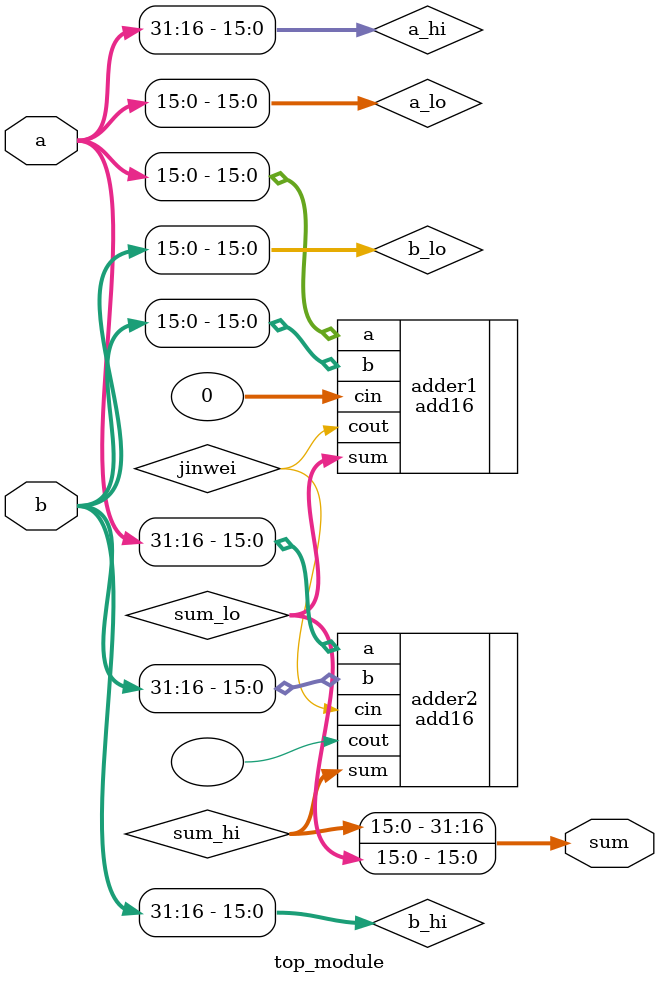
<source format=v>
module top_module(
    input [31:0] a,
    input [31:0] b,
    output [31:0] sum
);
    wire [15:0] sum_lo, sum_hi;
    wire jinwei;
    wire [15:0] a_lo, a_hi, b_lo, b_hi;
    assign a_lo = a[15:0];
    assign a_hi = a[31:16];
    assign b_lo = b[15:0];
    assign b_hi = b[31:16];

    add16 adder1( .a(a_lo), .b(b_lo), .sum(sum_lo), .cin(0), .cout(jinwei));
    add16 adder2( .a(a_hi), .b(b_hi), .sum(sum_hi), .cin(jinwei), .cout());

    assign sum = {sum_hi, sum_lo};

endmodule
</source>
